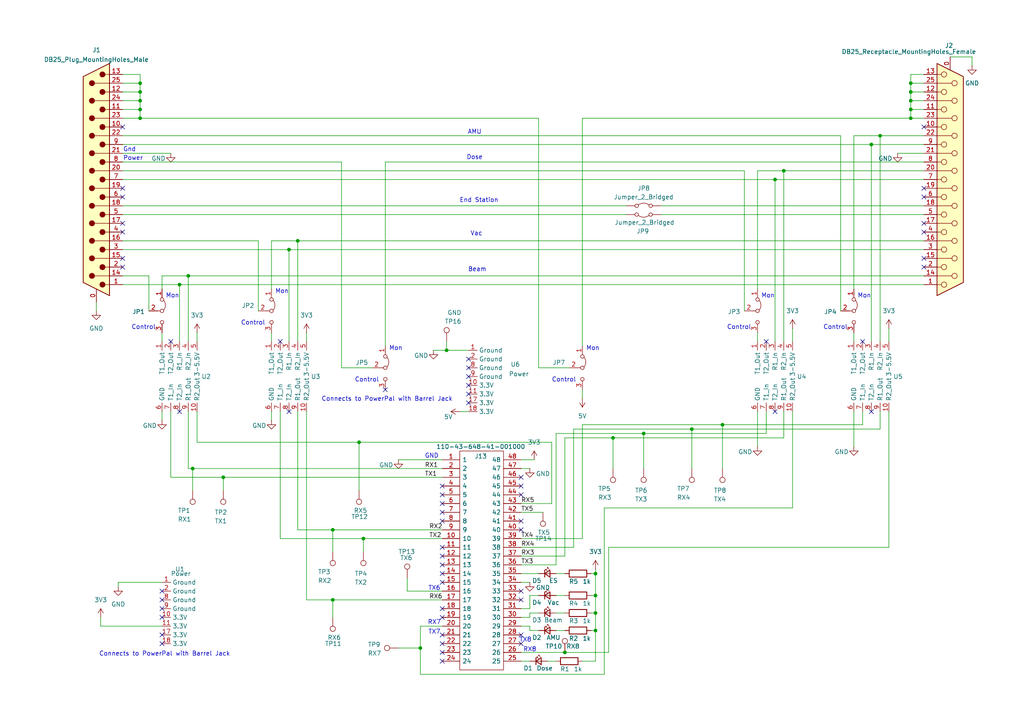
<source format=kicad_sch>
(kicad_sch (version 20231120) (generator "eeschema") (generator_version "8.0")
  (paper "A4")
  (title_block (title "DataFlow Interface Board ") (date "2024-11-03") (rev "Version 0.0") (company "Dennis Rossman"))
  (lib_symbols
    (symbol "110-43-648-41-001000:110-43-648-41-001000" (pin_names (offset 0.762))
      (property "Reference" "J" (at 19.05 7.62 0))
      (property "Value" "110-43-648-41-001000" (at 19.05 5.08 0))
      (symbol "110-43-648-41-001000_0_0"
        (pin passive line (at 0 0 0) (length 5.08) (name "1") (number "1"))
        (pin passive line (at 0 -22.86 0) (length 5.08) (name "10") (number "10"))
        (pin passive line (at 0 -25.4 0) (length 5.08) (name "11") (number "11"))
        (pin passive line (at 0 -27.94 0) (length 5.08) (name "12") (number "12"))
        (pin passive line (at 0 -30.48 0) (length 5.08) (name "13") (number "13"))
        (pin passive line (at 0 -33.02 0) (length 5.08) (name "14") (number "14"))
        (pin passive line (at 0 -35.56 0) (length 5.08) (name "15") (number "15"))
        (pin passive line (at 0 -38.1 0) (length 5.08) (name "16") (number "16"))
        (pin passive line (at 0 -40.64 0) (length 5.08) (name "17") (number "17"))
        (pin passive line (at 0 -43.18 0) (length 5.08) (name "18") (number "18"))
        (pin passive line (at 0 -45.72 0) (length 5.08) (name "19") (number "19"))
        (pin passive line (at 0 -2.54 0) (length 5.08) (name "2") (number "2"))
        (pin passive line (at 0 -48.26 0) (length 5.08) (name "20") (number "20"))
        (pin passive line (at 0 -50.8 0) (length 5.08) (name "21") (number "21"))
        (pin passive line (at 0 -53.34 0) (length 5.08) (name "22") (number "22"))
        (pin passive line (at 0 -55.88 0) (length 5.08) (name "23") (number "23"))
        (pin passive line (at 0 -58.42 0) (length 5.08) (name "24") (number "24"))
        (pin passive line (at 22.86 -58.42 180) (length 5.08) (name "25") (number "25"))
        (pin passive line (at 22.86 -55.88 180) (length 5.08) (name "26") (number "26"))
        (pin passive line (at 22.86 -53.34 180) (length 5.08) (name "27") (number "27"))
        (pin passive line (at 22.86 -50.8 180) (length 5.08) (name "28") (number "28"))
        (pin passive line (at 22.86 -48.26 180) (length 5.08) (name "29") (number "29"))
        (pin passive line (at 0 -5.08 0) (length 5.08) (name "3") (number "3"))
        (pin passive line (at 22.86 -45.72 180) (length 5.08) (name "30") (number "30"))
        (pin passive line (at 22.86 -43.18 180) (length 5.08) (name "31") (number "31"))
        (pin passive line (at 22.86 -40.64 180) (length 5.08) (name "32") (number "32"))
        (pin passive line (at 22.86 -38.1 180) (length 5.08) (name "33") (number "33"))
        (pin passive line (at 22.86 -35.56 180) (length 5.08) (name "34") (number "34"))
        (pin passive line (at 22.86 -33.02 180) (length 5.08) (name "35") (number "35"))
        (pin passive line (at 22.86 -30.48 180) (length 5.08) (name "36") (number "36"))
        (pin passive line (at 22.86 -27.94 180) (length 5.08) (name "37") (number "37"))
        (pin passive line (at 22.86 -25.4 180) (length 5.08) (name "38") (number "38"))
        (pin passive line (at 22.86 -22.86 180) (length 5.08) (name "39") (number "39"))
        (pin passive line (at 0 -7.62 0) (length 5.08) (name "4") (number "4"))
        (pin passive line (at 22.86 -20.32 180) (length 5.08) (name "40") (number "40"))
        (pin passive line (at 22.86 -17.78 180) (length 5.08) (name "41") (number "41"))
        (pin passive line (at 22.86 -15.24 180) (length 5.08) (name "42") (number "42"))
        (pin passive line (at 22.86 -12.7 180) (length 5.08) (name "43") (number "43"))
        (pin passive line (at 22.86 -10.16 180) (length 5.08) (name "44") (number "44"))
        (pin passive line (at 22.86 -7.62 180) (length 5.08) (name "45") (number "45"))
        (pin passive line (at 22.86 -5.08 180) (length 5.08) (name "46") (number "46"))
        (pin passive line (at 22.86 -2.54 180) (length 5.08) (name "47") (number "47"))
        (pin passive line (at 22.86 0 180) (length 5.08) (name "48") (number "48"))
        (pin passive line (at 0 -10.16 0) (length 5.08) (name "5") (number "5"))
        (pin passive line (at 0 -12.7 0) (length 5.08) (name "6") (number "6"))
        (pin passive line (at 0 -15.24 0) (length 5.08) (name "7") (number "7"))
        (pin passive line (at 0 -17.78 0) (length 5.08) (name "8") (number "8"))
        (pin passive line (at 0 -20.32 0) (length 5.08) (name "9") (number "9"))
      )
      (symbol "110-43-648-41-001000_0_1"
        (polyline (pts (xy 5.08 2.54) (xy 17.78 2.54) (xy 17.78 -60.96) (xy 5.08 -60.96) (xy 5.08 2.54)) (stroke (width 0.1524)))
      )
    )
    (symbol "Connector:DB25_Plug_MountingHoles" (pin_names (offset 1.016) hide)
      (property "Reference" "J" (at 0 36.83 0))
      (property "Value" "DB25_Plug_MountingHoles" (at 0 34.925 0))
      (symbol "DB25_Plug_MountingHoles_0_1"
        (circle (center -1.778 -30.48) (radius 0.762) (fill (type outline)))
        (circle (center -1.778 -25.4) (radius 0.762) (fill (type outline)))
        (circle (center -1.778 -20.32) (radius 0.762) (fill (type outline)))
        (circle (center -1.778 -15.24) (radius 0.762) (fill (type outline)))
        (circle (center -1.778 -10.16) (radius 0.762) (fill (type outline)))
        (circle (center -1.778 -5.08) (radius 0.762) (fill (type outline)))
        (circle (center -1.778 0) (radius 0.762) (fill (type outline)))
        (circle (center -1.778 5.08) (radius 0.762) (fill (type outline)))
        (circle (center -1.778 10.16) (radius 0.762) (fill (type outline)))
        (circle (center -1.778 15.24) (radius 0.762) (fill (type outline)))
        (circle (center -1.778 20.32) (radius 0.762) (fill (type outline)))
        (circle (center -1.778 25.4) (radius 0.762) (fill (type outline)))
        (circle (center -1.778 30.48) (radius 0.762) (fill (type outline)))
        (polyline (pts (xy -3.81 -30.48) (xy -2.54 -30.48)))
        (polyline (pts (xy -3.81 -27.94) (xy 0.508 -27.94)))
        (polyline (pts (xy -3.81 -25.4) (xy -2.54 -25.4)))
        (polyline (pts (xy -3.81 -22.86) (xy 0.508 -22.86)))
        (polyline (pts (xy -3.81 -20.32) (xy -2.54 -20.32)))
        (polyline (pts (xy -3.81 -17.78) (xy 0.508 -17.78)))
        (polyline (pts (xy -3.81 -15.24) (xy -2.54 -15.24)))
        (polyline (pts (xy -3.81 -12.7) (xy 0.508 -12.7)))
        (polyline (pts (xy -3.81 -10.16) (xy -2.54 -10.16)))
        (polyline (pts (xy -3.81 -7.62) (xy 0.508 -7.62)))
        (polyline (pts (xy -3.81 -5.08) (xy -2.54 -5.08)))
        (polyline (pts (xy -3.81 -2.54) (xy 0.508 -2.54)))
        (polyline (pts (xy -3.81 0) (xy -2.54 0)))
        (polyline (pts (xy -3.81 2.54) (xy 0.508 2.54)))
        (polyline (pts (xy -3.81 5.08) (xy -2.54 5.08)))
        (polyline (pts (xy -3.81 7.62) (xy 0.508 7.62)))
        (polyline (pts (xy -3.81 10.16) (xy -2.54 10.16)))
        (polyline (pts (xy -3.81 12.7) (xy 0.508 12.7)))
        (polyline (pts (xy -3.81 15.24) (xy -2.54 15.24)))
        (polyline (pts (xy -3.81 17.78) (xy 0.508 17.78)))
        (polyline (pts (xy -3.81 20.32) (xy -2.54 20.32)))
        (polyline (pts (xy -3.81 22.86) (xy 0.508 22.86)))
        (polyline (pts (xy -3.81 25.4) (xy -2.54 25.4)))
        (polyline (pts (xy -3.81 27.94) (xy 0.508 27.94)))
        (polyline (pts (xy -3.81 30.48) (xy -2.54 30.48)))
        (polyline (pts (xy -3.81 -33.655) (xy 3.81 -29.845) (xy 3.81 29.845) (xy -3.81 33.655) (xy -3.81 -33.655)) (stroke (width 0.254)) (fill (type background)))
        (circle (center 1.27 -27.94) (radius 0.762) (fill (type outline)))
        (circle (center 1.27 -22.86) (radius 0.762) (fill (type outline)))
        (circle (center 1.27 -17.78) (radius 0.762) (fill (type outline)))
        (circle (center 1.27 -12.7) (radius 0.762) (fill (type outline)))
        (circle (center 1.27 -7.62) (radius 0.762) (fill (type outline)))
        (circle (center 1.27 -2.54) (radius 0.762) (fill (type outline)))
        (circle (center 1.27 2.54) (radius 0.762) (fill (type outline)))
        (circle (center 1.27 7.62) (radius 0.762) (fill (type outline)))
        (circle (center 1.27 12.7) (radius 0.762) (fill (type outline)))
        (circle (center 1.27 17.78) (radius 0.762) (fill (type outline)))
        (circle (center 1.27 22.86) (radius 0.762) (fill (type outline)))
        (circle (center 1.27 27.94) (radius 0.762) (fill (type outline)))
      )
      (symbol "DB25_Plug_MountingHoles_1_1"
        (pin passive line (at 0 -35.56 90) (length 3.81) (name "PAD") (number "0"))
        (pin passive line (at -7.62 -30.48 0) (length 3.81) (name "1") (number "1"))
        (pin passive line (at -7.62 15.24 0) (length 3.81) (name "10") (number "10"))
        (pin passive line (at -7.62 20.32 0) (length 3.81) (name "11") (number "11"))
        (pin passive line (at -7.62 25.4 0) (length 3.81) (name "12") (number "12"))
        (pin passive line (at -7.62 30.48 0) (length 3.81) (name "13") (number "13"))
        (pin passive line (at -7.62 -27.94 0) (length 3.81) (name "P14") (number "14"))
        (pin passive line (at -7.62 -22.86 0) (length 3.81) (name "P15") (number "15"))
        (pin passive line (at -7.62 -17.78 0) (length 3.81) (name "P16") (number "16"))
        (pin passive line (at -7.62 -12.7 0) (length 3.81) (name "P17") (number "17"))
        (pin passive line (at -7.62 -7.62 0) (length 3.81) (name "P18") (number "18"))
        (pin passive line (at -7.62 -2.54 0) (length 3.81) (name "P19") (number "19"))
        (pin passive line (at -7.62 -25.4 0) (length 3.81) (name "2") (number "2"))
        (pin passive line (at -7.62 2.54 0) (length 3.81) (name "P20") (number "20"))
        (pin passive line (at -7.62 7.62 0) (length 3.81) (name "P21") (number "21"))
        (pin passive line (at -7.62 12.7 0) (length 3.81) (name "P22") (number "22"))
        (pin passive line (at -7.62 17.78 0) (length 3.81) (name "P23") (number "23"))
        (pin passive line (at -7.62 22.86 0) (length 3.81) (name "P24") (number "24"))
        (pin passive line (at -7.62 27.94 0) (length 3.81) (name "P25") (number "25"))
        (pin passive line (at -7.62 -20.32 0) (length 3.81) (name "3") (number "3"))
        (pin passive line (at -7.62 -15.24 0) (length 3.81) (name "4") (number "4"))
        (pin passive line (at -7.62 -10.16 0) (length 3.81) (name "5") (number "5"))
        (pin passive line (at -7.62 -5.08 0) (length 3.81) (name "6") (number "6"))
        (pin passive line (at -7.62 0 0) (length 3.81) (name "7") (number "7"))
        (pin passive line (at -7.62 5.08 0) (length 3.81) (name "8") (number "8"))
        (pin passive line (at -7.62 10.16 0) (length 3.81) (name "9") (number "9"))
      )
    )
    (symbol "Connector:DB25_Receptacle_MountingHoles" (pin_names (offset 1.016) hide)
      (property "Reference" "J" (at 0 36.83 0))
      (property "Value" "DB25_Receptacle_MountingHoles" (at 0 34.925 0))
      (symbol "DB25_Receptacle_MountingHoles_0_1"
        (circle (center -1.778 -30.48) (radius 0.762))
        (circle (center -1.778 -25.4) (radius 0.762))
        (circle (center -1.778 -20.32) (radius 0.762))
        (circle (center -1.778 -15.24) (radius 0.762))
        (circle (center -1.778 -10.16) (radius 0.762))
        (circle (center -1.778 -5.08) (radius 0.762))
        (circle (center -1.778 0) (radius 0.762))
        (circle (center -1.778 5.08) (radius 0.762))
        (circle (center -1.778 10.16) (radius 0.762))
        (circle (center -1.778 15.24) (radius 0.762))
        (circle (center -1.778 20.32) (radius 0.762))
        (circle (center -1.778 25.4) (radius 0.762))
        (circle (center -1.778 30.48) (radius 0.762))
        (polyline (pts (xy -3.81 -30.48) (xy -2.54 -30.48)))
        (polyline (pts (xy -3.81 -27.94) (xy 0.508 -27.94)))
        (polyline (pts (xy -3.81 -25.4) (xy -2.54 -25.4)))
        (polyline (pts (xy -3.81 -22.86) (xy 0.508 -22.86)))
        (polyline (pts (xy -3.81 -20.32) (xy -2.54 -20.32)))
        (polyline (pts (xy -3.81 -17.78) (xy 0.508 -17.78)))
        (polyline (pts (xy -3.81 -15.24) (xy -2.54 -15.24)))
        (polyline (pts (xy -3.81 -12.7) (xy 0.508 -12.7)))
        (polyline (pts (xy -3.81 -10.16) (xy -2.54 -10.16)))
        (polyline (pts (xy -3.81 -7.62) (xy 0.508 -7.62)))
        (polyline (pts (xy -3.81 -5.08) (xy -2.54 -5.08)))
        (polyline (pts (xy -3.81 -2.54) (xy 0.508 -2.54)))
        (polyline (pts (xy -3.81 0) (xy -2.54 0)))
        (polyline (pts (xy -3.81 2.54) (xy 0.508 2.54)))
        (polyline (pts (xy -3.81 5.08) (xy -2.54 5.08)))
        (polyline (pts (xy -3.81 7.62) (xy 0.508 7.62)))
        (polyline (pts (xy -3.81 10.16) (xy -2.54 10.16)))
        (polyline (pts (xy -3.81 12.7) (xy 0.508 12.7)))
        (polyline (pts (xy -3.81 15.24) (xy -2.54 15.24)))
        (polyline (pts (xy -3.81 17.78) (xy 0.508 17.78)))
        (polyline (pts (xy -3.81 20.32) (xy -2.54 20.32)))
        (polyline (pts (xy -3.81 22.86) (xy 0.508 22.86)))
        (polyline (pts (xy -3.81 25.4) (xy -2.54 25.4)))
        (polyline (pts (xy -3.81 27.94) (xy 0.508 27.94)))
        (polyline (pts (xy -3.81 30.48) (xy -2.54 30.48)))
        (polyline (pts (xy -3.81 33.655) (xy 3.81 29.845) (xy 3.81 -29.845) (xy -3.81 -33.655) (xy -3.81 33.655)) (stroke (width 0.254)) (fill (type background)))
        (circle (center 1.27 -27.94) (radius 0.762))
        (circle (center 1.27 -22.86) (radius 0.762))
        (circle (center 1.27 -17.78) (radius 0.762))
        (circle (center 1.27 -12.7) (radius 0.762))
        (circle (center 1.27 -7.62) (radius 0.762))
        (circle (center 1.27 -2.54) (radius 0.762))
        (circle (center 1.27 2.54) (radius 0.762))
        (circle (center 1.27 7.62) (radius 0.762))
        (circle (center 1.27 12.7) (radius 0.762))
        (circle (center 1.27 17.78) (radius 0.762))
        (circle (center 1.27 22.86) (radius 0.762))
        (circle (center 1.27 27.94) (radius 0.762))
      )
      (symbol "DB25_Receptacle_MountingHoles_1_1"
        (pin passive line (at 0 -35.56 90) (length 3.81) (name "PAD") (number "0"))
        (pin passive line (at -7.62 30.48 0) (length 3.81) (name "1") (number "1"))
        (pin passive line (at -7.62 -15.24 0) (length 3.81) (name "10") (number "10"))
        (pin passive line (at -7.62 -20.32 0) (length 3.81) (name "11") (number "11"))
        (pin passive line (at -7.62 -25.4 0) (length 3.81) (name "12") (number "12"))
        (pin passive line (at -7.62 -30.48 0) (length 3.81) (name "13") (number "13"))
        (pin passive line (at -7.62 27.94 0) (length 3.81) (name "P14") (number "14"))
        (pin passive line (at -7.62 22.86 0) (length 3.81) (name "P15") (number "15"))
        (pin passive line (at -7.62 17.78 0) (length 3.81) (name "P16") (number "16"))
        (pin passive line (at -7.62 12.7 0) (length 3.81) (name "P17") (number "17"))
        (pin passive line (at -7.62 7.62 0) (length 3.81) (name "P18") (number "18"))
        (pin passive line (at -7.62 2.54 0) (length 3.81) (name "P19") (number "19"))
        (pin passive line (at -7.62 25.4 0) (length 3.81) (name "2") (number "2"))
        (pin passive line (at -7.62 -2.54 0) (length 3.81) (name "P20") (number "20"))
        (pin passive line (at -7.62 -7.62 0) (length 3.81) (name "P21") (number "21"))
        (pin passive line (at -7.62 -12.7 0) (length 3.81) (name "P22") (number "22"))
        (pin passive line (at -7.62 -17.78 0) (length 3.81) (name "P23") (number "23"))
        (pin passive line (at -7.62 -22.86 0) (length 3.81) (name "P24") (number "24"))
        (pin passive line (at -7.62 -27.94 0) (length 3.81) (name "P25") (number "25"))
        (pin passive line (at -7.62 20.32 0) (length 3.81) (name "3") (number "3"))
        (pin passive line (at -7.62 15.24 0) (length 3.81) (name "4") (number "4"))
        (pin passive line (at -7.62 10.16 0) (length 3.81) (name "5") (number "5"))
        (pin passive line (at -7.62 5.08 0) (length 3.81) (name "6") (number "6"))
        (pin passive line (at -7.62 0 0) (length 3.81) (name "7") (number "7"))
        (pin passive line (at -7.62 -5.08 0) (length 3.81) (name "8") (number "8"))
        (pin passive line (at -7.62 -10.16 0) (length 3.81) (name "9") (number "9"))
      )
    )
    (symbol "Connector:TestPoint" (pin_numbers hide) (pin_names (offset 0.762) hide)
      (property "Reference" "TP" (at 0 6.858 0))
      (property "Value" "TestPoint" (at 0 5.08 0))
      (symbol "TestPoint_0_1"
        (circle (center 0 3.302) (radius 0.762))
      )
      (symbol "TestPoint_1_1"
        (pin passive line (at 0 0 90) (length 2.54) (name "1") (number "1"))
      )
    )
    (symbol "Device:LED_Small" (pin_numbers hide) (pin_names (offset 0.254) hide)
      (property "Reference" "D" (at -1.27 3.175 0))
      (property "Value" "LED_Small" (at -4.445 -2.54 0))
      (symbol "LED_Small_0_1"
        (polyline (pts (xy -0.762 -1.016) (xy -0.762 1.016)) (stroke (width 0.254)))
        (polyline (pts (xy 1.016 0) (xy -0.762 0)))
        (polyline (pts (xy 0.762 -1.016) (xy -0.762 0) (xy 0.762 1.016) (xy 0.762 -1.016)) (stroke (width 0.254)))
        (polyline (pts (xy 0 0.762) (xy -0.508 1.27) (xy -0.254 1.27) (xy -0.508 1.27) (xy -0.508 1.016)))
        (polyline (pts (xy 0.508 1.27) (xy 0 1.778) (xy 0.254 1.778) (xy 0 1.778) (xy 0 1.524)))
      )
      (symbol "LED_Small_1_1"
        (pin passive line (at -2.54 0 0) (length 1.778) (name "K") (number "1"))
        (pin passive line (at 2.54 0 180) (length 1.778) (name "A") (number "2"))
      )
    )
    (symbol "Device:R" (pin_numbers hide) (pin_names (offset 0))
      (property "Reference" "R" (at 2.032 0 90))
      (property "Value" "R" (at 0 0 90))
      (symbol "R_0_1"
        (rectangle (start -1.016 -2.54) (end 1.016 2.54) (stroke (width 0.254)))
      )
      (symbol "R_1_1"
        (pin passive line (at 0 3.81 270) (length 1.27) (name "~") (number "1"))
        (pin passive line (at 0 -3.81 90) (length 1.27) (name "~") (number "2"))
      )
    )
    (symbol "Jumper:Jumper_2_Bridged" (pin_numbers hide) (pin_names (offset 0) hide) (exclude_from_sim yes)
      (property "Reference" "JP" (at 0 1.905 0))
      (property "Value" "Jumper_2_Bridged" (at 0 -2.54 0))
      (symbol "Jumper_2_Bridged_0_0"
        (circle (center -2.032 0) (radius 0.508))
        (circle (center 2.032 0) (radius 0.508))
      )
      (symbol "Jumper_2_Bridged_0_1"
        (arc (start 1.524 0.254) (mid 0 0.762) (end -1.524 0.254))
      )
      (symbol "Jumper_2_Bridged_1_1"
        (pin passive line (at -5.08 0 0) (length 2.54) (name "A") (number "1"))
        (pin passive line (at 5.08 0 180) (length 2.54) (name "B") (number "2"))
      )
    )
    (symbol "Jumper:Jumper_3_Bridged12" (pin_names (offset 0) hide) (exclude_from_sim yes) (in_bom no)
      (property "Reference" "JP" (at -2.54 -2.54 0))
      (property "Value" "Jumper_3_Bridged12" (at 0 2.794 0))
      (symbol "Jumper_3_Bridged12_0_0"
        (circle (center -3.302 0) (radius 0.508))
        (circle (center 0 0) (radius 0.508))
        (circle (center 3.302 0) (radius 0.508))
      )
      (symbol "Jumper_3_Bridged12_0_1"
        (arc (start -0.254 0.508) (mid -1.651 0.9912) (end -3.048 0.508))
        (polyline (pts (xy 0 -1.27) (xy 0 -0.508)))
      )
      (symbol "Jumper_3_Bridged12_1_1"
        (pin passive line (at -6.35 0 0) (length 2.54) (name "A") (number "1"))
        (pin passive line (at 0 -3.81 90) (length 2.54) (name "C") (number "2"))
        (pin passive line (at 6.35 0 180) (length 2.54) (name "B") (number "3"))
      )
    )
    (symbol "Misc:MAX3232"
      (property "Reference" "U?" (at 0 0 0))
      (symbol "MAX3232_1_1"
        (pin output line (at 10.16 -2.54 180) (length 2.54) (name "T1_Out") (number "1"))
        (pin output line (at -10.16 -12.7 0) (length 2.54) (name "R2_Out") (number "10"))
        (pin output line (at 10.16 -5.08 180) (length 2.54) (name "T2_Out") (number "2"))
        (pin input line (at 10.16 -7.62 180) (length 2.54) (name "R1_In") (number "3"))
        (pin input line (at 10.16 -10.16 180) (length 2.54) (name "R2_In") (number "4"))
        (pin input line (at 10.16 -12.7 180) (length 2.54) (name "3-5.5V") (number "5"))
        (pin input line (at -10.16 -2.54 0) (length 2.54) (name "GND") (number "6"))
        (pin input line (at -10.16 -5.08 0) (length 2.54) (name "T1_In") (number "7"))
        (pin input line (at -10.16 -7.62 0) (length 2.54) (name "T2_In") (number "8"))
        (pin output line (at -10.16 -10.16 0) (length 2.54) (name "R1_Out") (number "9"))
      )
    )
    (symbol "Misc:Power"
      (property "Reference" "U" (at 0 0 0))
      (property "Value" "Power" (at 0 -1.27 0))
      (symbol "Power_1_1"
        (pin power_out line (at 0 -3.81 0) (length 2.54) (name "Ground") (number "1"))
        (pin power_out line (at 0 -13.97 0) (length 2.54) (name "3.3V") (number "10"))
        (pin power_out line (at 0 -16.51 0) (length 2.54) (name "3.3V") (number "11"))
        (pin power_out line (at 0 -19.05 0) (length 2.54) (name "3.3V") (number "17"))
        (pin power_out line (at 0 -21.59 0) (length 2.54) (name "3.3V") (number "18"))
        (pin power_out line (at 0 -6.35 0) (length 2.54) (name "Ground") (number "2"))
        (pin power_out line (at 0 -8.89 0) (length 2.54) (name "Ground") (number "8"))
        (pin power_out line (at 0 -11.43 0) (length 2.54) (name "Ground") (number "9"))
      )
    )
    (symbol "power:GND" (power) (pin_numbers hide) (pin_names (offset 0) hide)
      (property "Value" "GND" (at 0 -3.81 0))
      (symbol "GND_0_1"
        (polyline (pts (xy 0 0) (xy 0 -1.27) (xy 1.27 -1.27) (xy 0 -2.54) (xy -1.27 -1.27) (xy 0 -1.27)))
      )
      (symbol "GND_1_1"
        (pin power_in line (at 0 0 270) (length 0) (name "~") (number "1"))
      )
    )
    (symbol "power:VCC" (power) (pin_numbers hide) (pin_names (offset 0) hide)
      (property "Value" "VCC" (at 0 3.556 0))
      (symbol "VCC_0_1"
        (polyline (pts (xy -0.762 1.27) (xy 0 2.54)))
        (polyline (pts (xy 0 0) (xy 0 2.54)))
        (polyline (pts (xy 0 2.54) (xy 0.762 1.27)))
      )
      (symbol "VCC_1_1"
        (pin power_in line (at 0 0 90) (length 0) (name "~") (number "1"))
      )
    )
  )
  (junction (at 54.61 80.01))
  (junction (at 105.41 156.21))
  (junction (at 40.64 26.67))
  (junction (at 83.82 72.39))
  (junction (at 40.64 24.13))
  (junction (at 172.72 177.8))
  (junction (at 209.55 123.19))
  (junction (at 52.07 82.55))
  (junction (at 96.52 173.99))
  (junction (at 172.72 182.88))
  (junction (at 200.66 124.46))
  (junction (at 40.64 31.75))
  (junction (at 227.33 49.53))
  (junction (at 172.72 166.37))
  (junction (at 129.54 101.6))
  (junction (at 86.36 69.85))
  (junction (at 252.73 41.91))
  (junction (at 55.88 135.89))
  (junction (at 40.64 29.21))
  (junction (at 264.16 29.21))
  (junction (at 264.16 24.13))
  (junction (at 264.16 26.67))
  (junction (at 121.92 187.96))
  (junction (at 96.52 153.67))
  (junction (at 224.79 52.07))
  (junction (at 255.27 39.37))
  (junction (at 264.16 34.29))
  (junction (at 186.69 125.73))
  (junction (at 172.72 172.72))
  (junction (at 64.77 138.43))
  (junction (at 163.83 189.23))
  (junction (at 40.64 34.29))
  (junction (at 104.14 128.27))
  (junction (at 264.16 31.75))
  (junction (at 177.8 127))
  (no_connect (at 267.97 36.83))
  (no_connect (at 49.53 99.06))
  (no_connect (at 35.56 74.93))
  (no_connect (at 267.97 64.77))
  (no_connect (at 111.76 113.03))
  (no_connect (at 250.19 99.06))
  (no_connect (at 46.99 186.69))
  (no_connect (at 46.99 171.45))
  (no_connect (at 35.56 64.77))
  (no_connect (at 46.99 173.99))
  (no_connect (at 46.99 179.07))
  (no_connect (at 46.99 176.53))
  (no_connect (at 52.07 119.38))
  (no_connect (at 46.99 184.15))
  (no_connect (at 35.56 77.47))
  (no_connect (at 128.27 151.13))
  (no_connect (at 128.27 148.59))
  (no_connect (at 128.27 146.05))
  (no_connect (at 128.27 143.51))
  (no_connect (at 128.27 176.53))
  (no_connect (at 128.27 179.07))
  (no_connect (at 128.27 186.69))
  (no_connect (at 128.27 189.23))
  (no_connect (at 128.27 191.77))
  (no_connect (at 151.13 184.15))
  (no_connect (at 151.13 171.45))
  (no_connect (at 151.13 153.67))
  (no_connect (at 151.13 138.43))
  (no_connect (at 151.13 140.97))
  (no_connect (at 151.13 143.51))
  (no_connect (at 151.13 151.13))
  (no_connect (at 128.27 158.75))
  (no_connect (at 128.27 161.29))
  (no_connect (at 128.27 163.83))
  (no_connect (at 128.27 166.37))
  (no_connect (at 128.27 168.91))
  (no_connect (at 35.56 36.83))
  (no_connect (at 135.89 109.22))
  (no_connect (at 267.97 77.47))
  (no_connect (at 151.13 186.69))
  (no_connect (at 151.13 173.99))
  (no_connect (at 83.82 119.38))
  (no_connect (at 35.56 57.15))
  (no_connect (at 267.97 57.15))
  (no_connect (at 135.89 104.14))
  (no_connect (at 35.56 67.31))
  (no_connect (at 128.27 184.15))
  (no_connect (at 222.25 99.06))
  (no_connect (at 267.97 54.61))
  (no_connect (at 135.89 116.84))
  (no_connect (at 252.73 119.38))
  (no_connect (at 135.89 106.68))
  (no_connect (at 135.89 111.76))
  (no_connect (at 224.79 119.38))
  (no_connect (at 128.27 140.97))
  (no_connect (at 267.97 74.93))
  (no_connect (at 267.97 67.31))
  (no_connect (at 81.28 99.06))
  (no_connect (at 35.56 54.61))
  (no_connect (at 135.89 114.3))
  (wire (pts (xy 172.72 172.72) (xy 172.72 177.8)))
  (wire (pts (xy 250.19 123.19) (xy 209.55 123.19)))
  (wire (pts (xy 172.72 177.8) (xy 171.45 177.8)))
  (wire (pts (xy 153.67 172.72) (xy 156.21 172.72)))
  (wire (pts (xy 151.13 189.23) (xy 163.83 189.23)))
  (wire (pts (xy 151.13 158.75) (xy 166.37 158.75)))
  (wire (pts (xy 172.72 166.37) (xy 172.72 172.72)))
  (wire (pts (xy 118.11 171.45) (xy 128.27 171.45)))
  (wire (pts (xy 247.65 119.38) (xy 247.65 129.54)))
  (wire (pts (xy 40.64 34.29) (xy 156.21 34.29)))
  (wire (pts (xy 186.69 125.73) (xy 186.69 135.89)))
  (wire (pts (xy 219.71 49.53) (xy 227.33 49.53)))
  (wire (pts (xy 200.66 124.46) (xy 166.37 124.46)))
  (wire (pts (xy 160.02 146.05) (xy 151.13 146.05)))
  (wire (pts (xy 172.72 191.77) (xy 172.72 182.88)))
  (wire (pts (xy 35.56 24.13) (xy 40.64 24.13)))
  (wire (pts (xy 264.16 31.75) (xy 267.97 31.75)))
  (wire (pts (xy 257.81 95.25) (xy 257.81 99.06)))
  (wire (pts (xy 281.94 19.05) (xy 281.94 16.51)))
  (wire (pts (xy 46.99 96.52) (xy 46.99 99.06)))
  (wire (pts (xy 191.77 62.23) (xy 267.97 62.23)))
  (wire (pts (xy 55.88 135.89) (xy 55.88 142.24)))
  (wire (pts (xy 78.74 69.85) (xy 86.36 69.85)))
  (wire (pts (xy 78.74 96.52) (xy 78.74 99.06)))
  (wire (pts (xy 161.29 172.72) (xy 163.83 172.72)))
  (wire (pts (xy 168.91 156.21) (xy 151.13 156.21)))
  (wire (pts (xy 255.27 39.37) (xy 255.27 99.06)))
  (wire (pts (xy 267.97 21.59) (xy 264.16 21.59)))
  (wire (pts (xy 151.13 161.29) (xy 163.83 161.29)))
  (wire (pts (xy 229.87 147.32) (xy 229.87 119.38)))
  (wire (pts (xy 111.76 100.33) (xy 111.76 46.99)))
  (wire (pts (xy 224.79 52.07) (xy 267.97 52.07)))
  (wire (pts (xy 168.91 34.29) (xy 264.16 34.29)))
  (wire (pts (xy 40.64 34.29) (xy 40.64 31.75)))
  (wire (pts (xy 151.13 135.89) (xy 153.67 135.89)))
  (wire (pts (xy 125.73 101.6) (xy 129.54 101.6)))
  (wire (pts (xy 133.35 119.38) (xy 135.89 119.38)))
  (wire (pts (xy 99.06 106.68) (xy 107.95 106.68)))
  (wire (pts (xy 200.66 124.46) (xy 200.66 135.89)))
  (wire (pts (xy 54.61 80.01) (xy 54.61 99.06)))
  (wire (pts (xy 177.8 127) (xy 177.8 135.89)))
  (wire (pts (xy 55.88 135.89) (xy 128.27 135.89)))
  (wire (pts (xy 160.02 128.27) (xy 160.02 146.05)))
  (wire (pts (xy 252.73 41.91) (xy 252.73 99.06)))
  (wire (pts (xy 151.13 176.53) (xy 153.67 176.53)))
  (wire (pts (xy 35.56 52.07) (xy 224.79 52.07)))
  (wire (pts (xy 264.16 29.21) (xy 264.16 31.75)))
  (wire (pts (xy 264.16 29.21) (xy 267.97 29.21)))
  (wire (pts (xy 161.29 163.83) (xy 161.29 125.73)))
  (wire (pts (xy 219.71 119.38) (xy 219.71 129.54)))
  (wire (pts (xy 264.16 34.29) (xy 264.16 31.75)))
  (wire (pts (xy 163.83 189.23) (xy 176.53 189.23)))
  (wire (pts (xy 151.13 168.91) (xy 153.67 168.91)))
  (wire (pts (xy 52.07 82.55) (xy 52.07 99.06)))
  (wire (pts (xy 128.27 181.61) (xy 121.92 181.61)))
  (wire (pts (xy 35.56 39.37) (xy 243.84 39.37)))
  (wire (pts (xy 219.71 83.82) (xy 219.71 49.53)))
  (wire (pts (xy 52.07 82.55) (xy 267.97 82.55)))
  (wire (pts (xy 227.33 127) (xy 227.33 119.38)))
  (wire (pts (xy 175.26 147.32) (xy 229.87 147.32)))
  (wire (pts (xy 177.8 127) (xy 163.83 127)))
  (wire (pts (xy 27.94 87.63) (xy 27.94 90.17)))
  (wire (pts (xy 168.91 100.33) (xy 168.91 34.29)))
  (wire (pts (xy 35.56 29.21) (xy 40.64 29.21)))
  (wire (pts (xy 121.92 187.96) (xy 121.92 195.58)))
  (wire (pts (xy 172.72 182.88) (xy 172.72 177.8)))
  (wire (pts (xy 186.69 125.73) (xy 161.29 125.73)))
  (wire (pts (xy 78.74 119.38) (xy 78.74 121.92)))
  (wire (pts (xy 156.21 106.68) (xy 165.1 106.68)))
  (wire (pts (xy 86.36 69.85) (xy 267.97 69.85)))
  (wire (pts (xy 158.75 191.77) (xy 161.29 191.77)))
  (wire (pts (xy 104.14 128.27) (xy 57.15 128.27)))
  (wire (pts (xy 35.56 41.91) (xy 252.73 41.91)))
  (wire (pts (xy 151.13 148.59) (xy 157.48 148.59)))
  (wire (pts (xy 40.64 21.59) (xy 35.56 21.59)))
  (wire (pts (xy 35.56 31.75) (xy 40.64 31.75)))
  (wire (pts (xy 54.61 119.38) (xy 54.61 135.89)))
  (wire (pts (xy 153.67 181.61) (xy 153.67 182.88)))
  (wire (pts (xy 172.72 172.72) (xy 171.45 172.72)))
  (wire (pts (xy 161.29 163.83) (xy 151.13 163.83)))
  (wire (pts (xy 86.36 69.85) (xy 86.36 99.06)))
  (wire (pts (xy 215.9 49.53) (xy 215.9 90.17)))
  (wire (pts (xy 115.57 187.96) (xy 121.92 187.96)))
  (wire (pts (xy 64.77 138.43) (xy 64.77 142.24)))
  (wire (pts (xy 115.57 133.35) (xy 128.27 133.35)))
  (wire (pts (xy 46.99 80.01) (xy 46.99 83.82)))
  (wire (pts (xy 54.61 135.89) (xy 55.88 135.89)))
  (wire (pts (xy 105.41 160.02) (xy 105.41 156.21)))
  (wire (pts (xy 175.26 195.58) (xy 175.26 147.32)))
  (wire (pts (xy 35.56 72.39) (xy 83.82 72.39)))
  (wire (pts (xy 34.29 170.18) (xy 34.29 168.91)))
  (wire (pts (xy 35.56 46.99) (xy 99.06 46.99)))
  (wire (pts (xy 43.18 80.01) (xy 43.18 90.17)))
  (wire (pts (xy 96.52 153.67) (xy 96.52 160.02)))
  (wire (pts (xy 35.56 82.55) (xy 52.07 82.55)))
  (wire (pts (xy 219.71 96.52) (xy 219.71 99.06)))
  (wire (pts (xy 191.77 59.69) (xy 267.97 59.69)))
  (wire (pts (xy 252.73 41.91) (xy 267.97 41.91)))
  (wire (pts (xy 264.16 24.13) (xy 264.16 26.67)))
  (wire (pts (xy 151.13 181.61) (xy 153.67 181.61)))
  (wire (pts (xy 88.9 173.99) (xy 88.9 119.38)))
  (wire (pts (xy 257.81 158.75) (xy 257.81 119.38)))
  (wire (pts (xy 57.15 128.27) (xy 57.15 119.38)))
  (wire (pts (xy 46.99 80.01) (xy 54.61 80.01)))
  (wire (pts (xy 153.67 176.53) (xy 153.67 172.72)))
  (wire (pts (xy 105.41 156.21) (xy 128.27 156.21)))
  (wire (pts (xy 104.14 128.27) (xy 104.14 142.24)))
  (wire (pts (xy 153.67 179.07) (xy 153.67 177.8)))
  (wire (pts (xy 247.65 96.52) (xy 247.65 99.06)))
  (wire (pts (xy 57.15 96.52) (xy 57.15 99.06)))
  (wire (pts (xy 151.13 191.77) (xy 153.67 191.77)))
  (wire (pts (xy 222.25 125.73) (xy 222.25 119.38)))
  (wire (pts (xy 40.64 24.13) (xy 40.64 21.59)))
  (wire (pts (xy 96.52 173.99) (xy 128.27 173.99)))
  (wire (pts (xy 29.21 181.61) (xy 46.99 181.61)))
  (wire (pts (xy 151.13 179.07) (xy 153.67 179.07)))
  (wire (pts (xy 172.72 166.37) (xy 171.45 166.37)))
  (wire (pts (xy 88.9 173.99) (xy 96.52 173.99)))
  (wire (pts (xy 88.9 96.52) (xy 88.9 99.06)))
  (wire (pts (xy 168.91 123.19) (xy 168.91 156.21)))
  (wire (pts (xy 153.67 177.8) (xy 156.21 177.8)))
  (wire (pts (xy 151.13 166.37) (xy 156.21 166.37)))
  (wire (pts (xy 255.27 124.46) (xy 255.27 119.38)))
  (wire (pts (xy 264.16 26.67) (xy 267.97 26.67)))
  (wire (pts (xy 121.92 195.58) (xy 175.26 195.58)))
  (wire (pts (xy 49.53 138.43) (xy 64.77 138.43)))
  (wire (pts (xy 224.79 52.07) (xy 224.79 99.06)))
  (wire (pts (xy 81.28 119.38) (xy 81.28 156.21)))
  (wire (pts (xy 29.21 179.07) (xy 29.21 181.61)))
  (wire (pts (xy 227.33 49.53) (xy 227.33 99.06)))
  (wire (pts (xy 171.45 182.88) (xy 172.72 182.88)))
  (wire (pts (xy 281.94 16.51) (xy 275.59 16.51)))
  (wire (pts (xy 243.84 39.37) (xy 243.84 90.17)))
  (wire (pts (xy 227.33 127) (xy 177.8 127)))
  (wire (pts (xy 161.29 177.8) (xy 163.83 177.8)))
  (wire (pts (xy 222.25 125.73) (xy 186.69 125.73)))
  (wire (pts (xy 96.52 173.99) (xy 96.52 179.07)))
  (wire (pts (xy 35.56 49.53) (xy 215.9 49.53)))
  (wire (pts (xy 168.91 191.77) (xy 172.72 191.77)))
  (wire (pts (xy 35.56 69.85) (xy 74.93 69.85)))
  (wire (pts (xy 81.28 156.21) (xy 105.41 156.21)))
  (wire (pts (xy 40.64 31.75) (xy 40.64 29.21)))
  (wire (pts (xy 86.36 119.38) (xy 86.36 153.67)))
  (wire (pts (xy 78.74 69.85) (xy 78.74 83.82)))
  (wire (pts (xy 118.11 167.64) (xy 118.11 171.45)))
  (wire (pts (xy 160.02 128.27) (xy 104.14 128.27)))
  (wire (pts (xy 129.54 101.6) (xy 135.89 101.6)))
  (wire (pts (xy 267.97 39.37) (xy 255.27 39.37)))
  (wire (pts (xy 163.83 161.29) (xy 163.83 127)))
  (wire (pts (xy 86.36 153.67) (xy 96.52 153.67)))
  (wire (pts (xy 35.56 59.69) (xy 181.61 59.69)))
  (wire (pts (xy 121.92 181.61) (xy 121.92 187.96)))
  (wire (pts (xy 267.97 34.29) (xy 264.16 34.29)))
  (wire (pts (xy 172.72 165.1) (xy 172.72 166.37)))
  (wire (pts (xy 267.97 80.01) (xy 54.61 80.01)))
  (wire (pts (xy 111.76 46.99) (xy 267.97 46.99)))
  (wire (pts (xy 255.27 124.46) (xy 200.66 124.46)))
  (wire (pts (xy 40.64 29.21) (xy 40.64 26.67)))
  (wire (pts (xy 264.16 26.67) (xy 264.16 29.21)))
  (wire (pts (xy 35.56 62.23) (xy 181.61 62.23)))
  (wire (pts (xy 151.13 133.35) (xy 154.94 133.35)))
  (wire (pts (xy 267.97 49.53) (xy 227.33 49.53)))
  (wire (pts (xy 64.77 138.43) (xy 128.27 138.43)))
  (wire (pts (xy 176.53 158.75) (xy 257.81 158.75)))
  (wire (pts (xy 40.64 26.67) (xy 40.64 24.13)))
  (wire (pts (xy 83.82 72.39) (xy 83.82 99.06)))
  (wire (pts (xy 166.37 158.75) (xy 166.37 124.46)))
  (wire (pts (xy 35.56 34.29) (xy 40.64 34.29)))
  (wire (pts (xy 156.21 34.29) (xy 156.21 106.68)))
  (wire (pts (xy 153.67 182.88) (xy 156.21 182.88)))
  (wire (pts (xy 264.16 24.13) (xy 267.97 24.13)))
  (wire (pts (xy 129.54 99.06) (xy 129.54 101.6)))
  (wire (pts (xy 250.19 119.38) (xy 250.19 123.19)))
  (wire (pts (xy 35.56 44.45) (xy 49.53 44.45)))
  (wire (pts (xy 209.55 123.19) (xy 209.55 135.89)))
  (wire (pts (xy 40.64 26.67) (xy 35.56 26.67)))
  (wire (pts (xy 168.91 113.03) (xy 168.91 115.57)))
  (wire (pts (xy 49.53 138.43) (xy 49.53 119.38)))
  (wire (pts (xy 35.56 80.01) (xy 43.18 80.01)))
  (wire (pts (xy 229.87 95.25) (xy 229.87 99.06)))
  (wire (pts (xy 209.55 123.19) (xy 168.91 123.19)))
  (wire (pts (xy 264.16 21.59) (xy 264.16 24.13)))
  (wire (pts (xy 34.29 168.91) (xy 46.99 168.91)))
  (wire (pts (xy 161.29 182.88) (xy 163.83 182.88)))
  (wire (pts (xy 247.65 83.82) (xy 247.65 39.37)))
  (wire (pts (xy 260.35 44.45) (xy 267.97 44.45)))
  (wire (pts (xy 161.29 166.37) (xy 163.83 166.37)))
  (wire (pts (xy 99.06 46.99) (xy 99.06 106.68)))
  (wire (pts (xy 247.65 39.37) (xy 255.27 39.37)))
  (wire (pts (xy 74.93 69.85) (xy 74.93 90.17)))
  (wire (pts (xy 96.52 153.67) (xy 128.27 153.67)))
  (wire (pts (xy 176.53 189.23) (xy 176.53 158.75)))
  (wire (pts (xy 46.99 119.38) (xy 46.99 121.92)))
  (wire (pts (xy 83.82 72.39) (xy 267.97 72.39)))
  (text "Connects to PowerPal with Barrel Jack" (at 112.268 115.824 0) (effects (font (size 1.27 1.27))))
  (text "Power" (at 38.608 45.974 0) (effects (font (size 1.27 1.27))))
  (text "Control" (at 73.406 93.726 0) (effects (font (size 1.27 1.27))))
  (text "RX7\n" (at 125.984 180.594 0) (effects (font (size 1.27 1.27))))
  (text "Gnd" (at 37.592 43.434 0) (effects (font (size 1.27 1.27))))
  (text "TX7" (at 125.984 183.388 0) (effects (font (size 1.27 1.27))))
  (text "Control" (at 41.656 94.996 0) (effects (font (size 1.27 1.27))))
  (text "Mon" (at 50.038 85.852 0) (effects (font (size 1.27 1.27))))
  (text "Mon" (at 114.808 101.092 0) (effects (font (size 1.27 1.27))))
  (text "Control" (at 163.576 110.236 0) (effects (font (size 1.27 1.27))))
  (text "Connects to PowerPal with Barrel Jack" (at 47.752 189.738 0) (effects (font (size 1.27 1.27))))
  (text "Mon" (at 171.958 101.092 0) (effects (font (size 1.27 1.27))))
  (text "Mon" (at 222.758 85.852 0) (effects (font (size 1.27 1.27))))
  (text "TX8" (at 152.4 185.674 0) (effects (font (size 1.27 1.27))))
  (text "RX8" (at 153.67 188.468 0) (effects (font (size 1.27 1.27))))
  (text "Vac" (at 138.176 67.818 0) (effects (font (size 1.27 1.27))))
  (text "Control" (at 242.316 94.996 0) (effects (font (size 1.27 1.27))))
  (text "Control" (at 106.426 110.236 0) (effects (font (size 1.27 1.27))))
  (text "TX6" (at 125.984 170.688 0) (effects (font (size 1.27 1.27))))
  (text "Mon" (at 250.698 85.852 0) (effects (font (size 1.27 1.27))))
  (text "AMU" (at 137.668 38.354 0) (effects (font (size 1.27 1.27))))
  (text "GND" (at 125.222 132.334 0) (effects (font (size 1.27 1.27))))
  (text "Mon" (at 81.788 84.582 0) (effects (font (size 1.27 1.27))))
  (text "Control" (at 214.376 94.996 0) (effects (font (size 1.27 1.27))))
  (text "Beam" (at 138.43 78.232 0) (effects (font (size 1.27 1.27))))
  (text "Dose" (at 137.668 45.72 0) (effects (font (size 1.27 1.27))))
  (text "End Station" (at 138.938 58.166 0) (effects (font (size 1.27 1.27))))
  (label "RX1" (at 123.19 135.89 0))
  (label "TX1" (at 123.19 138.43 0))
  (label "TX4" (at 151.13 156.21 0))
  (label "RX2" (at 124.46 153.67 0))
  (label "RX4" (at 151.13 158.75 0))
  (label "RX6" (at 124.46 173.99 0))
  (label "TX5" (at 151.13 148.59 0))
  (label "TX3" (at 151.13 163.83 0))
  (label "RX3" (at 151.13 161.29 0))
  (label "RX5" (at 151.13 146.05 0))
  (label "TX2" (at 124.46 156.21 0))
  (symbol (lib_id "Connector:TestPoint") (at 186.69 135.89 180) (unit 1)
    (property "Reference" "TP6" (at 184.15 142.24 0) (effects (justify right)))
    (property "Value" "TX3" (at 184.15 144.78 0) (effects (justify right)))
    (property "Footprint" "Connector_PinHeader_2.54mm:PinHeader_1x01_P2.54mm_Vertical" (effects (hide yes)))
    (property "Description" "test point" (effects (hide yes)))
  )
  (symbol (lib_id "power:VCC") (at 29.21 179.07 0) (unit 1)
    (property "Reference" "#PWR010" (effects (hide yes)))
    (property "Value" "3V3" (at 29.21 173.99 0))
    (property "Description" "Power symbol creates a global label with name \"VCC\"" (effects (hide yes)))
  )
  (symbol (lib_id "Jumper:Jumper_3_Bridged12") (at 247.65 90.17 270) (unit 1) (exclude_from_sim yes) (in_bom no)
    (property "Reference" "JP4" (at 239.014 90.424 90) (effects (justify left)))
    (property "Value" "Jumper3" (effects (hide yes)))
    (property "Footprint" "Connector_PinHeader_2.54mm:PinHeader_1x03_P2.54mm_Vertical" (effects (hide yes)))
    (property "Description" "Jumper, 3-pole, pins 1+2 closed/bridged" (effects (hide yes)))
  )
  (symbol (lib_id "Connector:TestPoint") (at 200.66 135.89 180) (unit 1)
    (property "Reference" "TP7" (at 196.342 141.732 0) (effects (justify right)))
    (property "Value" "RX4" (at 196.342 144.272 0) (effects (justify right)))
    (property "Footprint" "Connector_PinHeader_2.54mm:PinHeader_1x01_P2.54mm_Vertical" (effects (hide yes)))
    (property "Description" "test point" (effects (hide yes)))
  )
  (symbol (lib_id "Jumper:Jumper_3_Bridged12") (at 46.99 90.17 270) (unit 1) (exclude_from_sim yes) (in_bom no)
    (property "Reference" "JP1" (at 38.354 90.424 90) (effects (justify left)))
    (property "Value" "Jumper3" (effects (hide yes)))
    (property "Footprint" "Connector_PinHeader_2.54mm:PinHeader_1x03_P2.54mm_Vertical" (effects (hide yes)))
    (property "Description" "Jumper, 3-pole, pins 1+2 closed/bridged" (effects (hide yes)))
  )
  (symbol (lib_id "power:GND") (at 153.67 135.89 0) (unit 1)
    (property "Reference" "#PWR017" (effects (hide yes)))
    (property "Value" "GND" (at 157.48 137.414 0))
    (property "Description" "Power symbol creates a global label with name \"GND\" , ground" (effects (hide yes)))
  )
  (symbol (lib_id "power:VCC") (at 168.91 115.57 180) (unit 1)
    (property "Reference" "#PWR020" (effects (hide yes)))
    (property "Value" "5V" (at 168.91 120.65 0))
    (property "Description" "Power symbol creates a global label with name \"VCC\"" (effects (hide yes)))
  )
  (symbol (lib_id "Connector:DB25_Plug_MountingHoles") (at 27.94 52.07 0) (mirror y) (unit 1)
    (property "Reference" "J1" (at 29.21 14.478 0) (effects (justify left)))
    (property "Value" "DB25_Plug_MountingHoles_Male" (at 43.18 17.272 0) (effects (justify left)))
    (property "Footprint" "Connector_Dsub:DSUB-25_Male_Horizontal_P2.77x2.84mm_EdgePinOffset4.94mm_Housed_MountingHolesOffset7.48mm" (effects (hide yes)))
    (property "Description" "25-pin male plug pin D-SUB connector, Mounting Hole" (effects (hide yes)))
  )
  (symbol (lib_id "Misc:MAX3232") (at 245.11 109.22 90) (unit 1)
    (property "Reference" "U5" (at 259.08 109.2199 90) (effects (justify right)))
    (property "Footprint" "Misc:Max3232" (effects (hide yes)))
  )
  (symbol (lib_id "Jumper:Jumper_2_Bridged") (at 186.69 62.23 180) (unit 1) (exclude_from_sim yes)
    (property "Reference" "JP9" (at 186.436 67.056 0))
    (property "Value" "Jumper_2_Bridged" (at 186.944 64.516 0))
    (property "Footprint" "Connector_PinHeader_2.54mm:PinHeader_1x02_P2.54mm_Vertical" (effects (hide yes)))
    (property "Description" "Jumper, 2-pole, closed/bridged" (effects (hide yes)))
  )
  (symbol (lib_id "Device:R") (at 167.64 166.37 90) (unit 1)
    (property "Reference" "R5" (at 166.37 168.656 90))
    (property "Value" "1k" (at 170.18 168.656 90))
    (property "Footprint" "Resistor_SMD:R_0603_1608Metric" (effects (hide yes)))
    (property "Description" "Resistor" (effects (hide yes)))
  )
  (symbol (lib_id "power:VCC") (at 154.94 133.35 0) (unit 1)
    (property "Reference" "#PWR011" (effects (hide yes)))
    (property "Value" "3V3" (at 154.94 128.27 0))
    (property "Description" "Power symbol creates a global label with name \"VCC\"" (effects (hide yes)))
  )
  (symbol (lib_id "power:VCC") (at 88.9 96.52 0) (unit 1)
    (property "Reference" "#PWR013" (effects (hide yes)))
    (property "Value" "3V3" (at 88.9 91.44 0))
    (property "Description" "Power symbol creates a global label with name \"VCC\"" (effects (hide yes)))
  )
  (symbol (lib_id "Connector:DB25_Receptacle_MountingHoles") (at 275.59 52.07 0) (mirror x) (unit 1)
    (property "Reference" "J2" (at 274.066 13.208 0) (effects (justify left)))
    (property "Value" "DB25_Receptacle_MountingHoles_Female" (at 244.094 14.986 0) (effects (justify left)))
    (property "Footprint" "Connector_Dsub:DSUB-25_Female_Horizontal_P2.77x2.84mm_EdgePinOffset4.94mm_Housed_MountingHolesOffset7.48mm" (effects (hide yes)))
    (property "Description" "25-pin female receptacle socket D-SUB connector, Mounting Hole" (effects (hide yes)))
  )
  (symbol (lib_id "Jumper:Jumper_3_Bridged12") (at 111.76 106.68 270) (unit 1) (exclude_from_sim yes) (in_bom no)
    (property "Reference" "JP5" (at 103.124 105.156 90) (effects (justify left)))
    (property "Value" "Jumper_3_Bridged12" (effects (hide yes)))
    (property "Footprint" "Connector_PinHeader_2.54mm:PinHeader_1x03_P2.54mm_Vertical" (effects (hide yes)))
    (property "Description" "Jumper, 3-pole, pins 1+2 closed/bridged" (effects (hide yes)))
  )
  (symbol (lib_id "Connector:TestPoint") (at 209.55 135.89 180) (unit 1)
    (property "Reference" "TP8" (at 207.01 142.24 0) (effects (justify right)))
    (property "Value" "TX4" (at 207.01 144.78 0) (effects (justify right)))
    (property "Footprint" "Connector_PinHeader_2.54mm:PinHeader_1x01_P2.54mm_Vertical" (effects (hide yes)))
    (property "Description" "test point" (effects (hide yes)))
  )
  (symbol (lib_id "power:GND") (at 260.35 44.45 0) (unit 1)
    (property "Reference" "#PWR019" (effects (hide yes)))
    (property "Value" "GND" (at 256.794 45.974 0))
    (property "Description" "Power symbol creates a global label with name \"GND\" , ground" (effects (hide yes)))
  )
  (symbol (lib_id "power:GND") (at 247.65 129.54 0) (unit 1)
    (property "Reference" "#PWR09" (effects (hide yes)))
    (property "Value" "GND" (at 244.094 131.064 0))
    (property "Description" "Power symbol creates a global label with name \"GND\" , ground" (effects (hide yes)))
  )
  (symbol (lib_id "Misc:Power") (at 46.99 165.1 0) (unit 1)
    (property "Reference" "U1" (at 50.8 165.1 0) (effects (justify left)))
    (property "Value" "Power" (at 49.53 166.37 0) (effects (justify left)))
    (property "Footprint" "Misc:PowerPal" (effects (hide yes)))
  )
  (symbol (lib_id "Device:R") (at 167.64 172.72 90) (unit 1)
    (property "Reference" "R4" (at 166.37 175.006 90))
    (property "Value" "1k" (at 170.18 175.006 90))
    (property "Footprint" "Resistor_SMD:R_0603_1608Metric" (effects (hide yes)))
    (property "Description" "Resistor" (effects (hide yes)))
  )
  (symbol (lib_id "Misc:MAX3232") (at 76.2 109.22 90) (unit 1)
    (property "Reference" "U3" (at 90.17 109.2199 90) (effects (justify right)))
    (property "Footprint" "Misc:Max3232" (effects (hide yes)))
  )
  (symbol (lib_id "Connector:TestPoint") (at 129.54 99.06 0) (unit 1)
    (property "Reference" "TP16" (at 133.858 93.218 0) (effects (justify right)))
    (property "Value" "GND" (at 133.858 90.678 0) (effects (justify right)))
    (property "Footprint" "Connector_PinHeader_2.54mm:PinHeader_1x01_P2.54mm_Vertical" (effects (hide yes)))
    (property "Description" "test point" (effects (hide yes)))
  )
  (symbol (lib_id "power:GND") (at 27.94 90.17 0) (unit 1)
    (property "Reference" "#PWR02" (effects (hide yes)))
    (property "Value" "GND" (at 27.94 95.25 0))
    (property "Description" "Power symbol creates a global label with name \"GND\" , ground" (effects (hide yes)))
  )
  (symbol (lib_id "Device:LED_Small") (at 158.75 182.88 0) (unit 1)
    (property "Reference" "D2" (at 155.702 184.912 0))
    (property "Value" "AMU" (at 160.528 184.912 0))
    (property "Footprint" "digikey-footprints:LED_0603" (effects (hide yes)))
    (property "Description" "Light emitting diode, small symbol" (effects (hide yes)))
  )
  (symbol (lib_id "Connector:TestPoint") (at 105.41 160.02 180) (unit 1)
    (property "Reference" "TP4" (at 102.87 166.37 0) (effects (justify right)))
    (property "Value" "TX2" (at 102.87 168.91 0) (effects (justify right)))
    (property "Footprint" "Connector_PinHeader_2.54mm:PinHeader_1x01_P2.54mm_Vertical" (effects (hide yes)))
    (property "Description" "test point" (effects (hide yes)))
  )
  (symbol (lib_id "Connector:TestPoint") (at 177.8 135.89 180) (unit 1)
    (property "Reference" "TP5" (at 173.482 141.732 0) (effects (justify right)))
    (property "Value" "RX3" (at 173.482 144.272 0) (effects (justify right)))
    (property "Footprint" "Connector_PinHeader_2.54mm:PinHeader_1x01_P2.54mm_Vertical" (effects (hide yes)))
    (property "Description" "test point" (effects (hide yes)))
  )
  (symbol (lib_id "Connector:TestPoint") (at 104.14 142.24 180) (unit 1)
    (property "Reference" "TP12" (at 101.854 149.86 0) (effects (justify right)))
    (property "Value" "RX5" (at 102.616 148.082 0) (effects (justify right)))
    (property "Footprint" "Connector_PinHeader_2.54mm:PinHeader_1x01_P2.54mm_Vertical" (effects (hide yes)))
    (property "Description" "test point" (effects (hide yes)))
  )
  (symbol (lib_id "Connector:TestPoint") (at 96.52 160.02 180) (unit 1)
    (property "Reference" "TP3" (at 92.202 165.862 0) (effects (justify right)))
    (property "Value" "RX2" (at 92.202 168.402 0) (effects (justify right)))
    (property "Footprint" "Connector_PinHeader_2.54mm:PinHeader_1x01_P2.54mm_Vertical" (effects (hide yes)))
    (property "Description" "test point" (effects (hide yes)))
  )
  (symbol (lib_id "Connector:TestPoint") (at 96.52 179.07 180) (unit 1)
    (property "Reference" "TP11" (at 94.234 186.69 0) (effects (justify right)))
    (property "Value" "RX6" (at 94.996 184.912 0) (effects (justify right)))
    (property "Footprint" "Connector_PinHeader_2.54mm:PinHeader_1x01_P2.54mm_Vertical" (effects (hide yes)))
    (property "Description" "test point" (effects (hide yes)))
  )
  (symbol (lib_id "power:VCC") (at 172.72 165.1 0) (unit 1)
    (property "Reference" "#PWR023" (effects (hide yes)))
    (property "Value" "3V3" (at 172.72 160.02 0))
    (property "Description" "Power symbol creates a global label with name \"VCC\"" (effects (hide yes)))
  )
  (symbol (lib_id "Connector:TestPoint") (at 163.83 189.23 0) (unit 1)
    (property "Reference" "TP10" (at 163.068 187.452 0) (effects (justify right)))
    (property "Value" "RX8" (at 168.148 187.452 0) (effects (justify right)))
    (property "Footprint" "Connector_PinHeader_2.54mm:PinHeader_1x01_P2.54mm_Vertical" (effects (hide yes)))
    (property "Description" "test point" (effects (hide yes)))
  )
  (symbol (lib_id "Misc:MAX3232") (at 44.45 109.22 90) (unit 1)
    (property "Reference" "U2" (at 58.42 109.2199 90) (effects (justify right)))
    (property "Footprint" "Misc:Max3232" (effects (hide yes)))
  )
  (symbol (lib_id "Device:R") (at 165.1 191.77 90) (unit 1)
    (property "Reference" "R1" (at 163.83 194.056 90))
    (property "Value" "1k" (at 167.64 194.056 90))
    (property "Footprint" "Resistor_SMD:R_0603_1608Metric" (effects (hide yes)))
    (property "Description" "Resistor" (effects (hide yes)))
  )
  (symbol (lib_id "Connector:TestPoint") (at 55.88 142.24 180) (unit 1)
    (property "Reference" "TP1" (at 51.562 148.082 0) (effects (justify right)))
    (property "Value" "RX1" (at 51.562 150.622 0) (effects (justify right)))
    (property "Footprint" "Connector_PinHeader_2.54mm:PinHeader_1x01_P2.54mm_Vertical" (effects (hide yes)))
    (property "Description" "test point" (effects (hide yes)))
  )
  (symbol (lib_id "power:VCC") (at 57.15 96.52 0) (unit 1)
    (property "Reference" "#PWR012" (effects (hide yes)))
    (property "Value" "3V3" (at 57.15 91.44 0))
    (property "Description" "Power symbol creates a global label with name \"VCC\"" (effects (hide yes)))
  )
  (symbol (lib_id "power:GND") (at 115.57 133.35 0) (unit 1)
    (property "Reference" "#PWR06" (effects (hide yes)))
    (property "Value" "GND" (at 112.014 134.874 0))
    (property "Description" "Power symbol creates a global label with name \"GND\" , ground" (effects (hide yes)))
  )
  (symbol (lib_id "Device:LED_Small") (at 158.75 172.72 0) (unit 1)
    (property "Reference" "D4" (at 155.702 174.752 0))
    (property "Value" "Vac" (at 160.528 174.752 0))
    (property "Footprint" "digikey-footprints:LED_0603" (effects (hide yes)))
    (property "Description" "Light emitting diode, small symbol" (effects (hide yes)))
  )
  (symbol (lib_id "Connector:TestPoint") (at 157.48 148.59 180) (unit 1)
    (property "Reference" "TP14" (at 155.194 156.21 0) (effects (justify right)))
    (property "Value" "TX5" (at 155.956 154.432 0) (effects (justify right)))
    (property "Footprint" "Connector_PinHeader_2.54mm:PinHeader_1x01_P2.54mm_Vertical" (effects (hide yes)))
    (property "Description" "test point" (effects (hide yes)))
  )
  (symbol (lib_id "Device:LED_Small") (at 158.75 166.37 0) (unit 1)
    (property "Reference" "D5" (at 155.702 168.402 0))
    (property "Value" "ES" (at 160.528 168.402 0))
    (property "Footprint" "digikey-footprints:LED_0603" (effects (hide yes)))
    (property "Description" "Light emitting diode, small symbol" (effects (hide yes)))
  )
  (symbol (lib_id "Connector:TestPoint") (at 118.11 167.64 0) (unit 1)
    (property "Reference" "TP13" (at 120.396 160.02 0) (effects (justify right)))
    (property "Value" "TX6" (at 119.634 161.798 0) (effects (justify right)))
    (property "Footprint" "Connector_PinHeader_2.54mm:PinHeader_1x01_P2.54mm_Vertical" (effects (hide yes)))
    (property "Description" "test point" (effects (hide yes)))
  )
  (symbol (lib_id "Jumper:Jumper_3_Bridged12") (at 78.74 90.17 270) (unit 1) (exclude_from_sim yes) (in_bom no)
    (property "Reference" "JP2" (at 70.104 88.646 90) (effects (justify left)))
    (property "Value" "Jumper_3_Bridged12" (effects (hide yes)))
    (property "Footprint" "Connector_PinHeader_2.54mm:PinHeader_1x03_P2.54mm_Vertical" (effects (hide yes)))
    (property "Description" "Jumper, 3-pole, pins 1+2 closed/bridged" (effects (hide yes)))
  )
  (symbol (lib_id "Connector:TestPoint") (at 115.57 187.96 90) (unit 1)
    (property "Reference" "TP9" (at 106.68 186.944 90) (effects (justify right)))
    (property "Value" "RX7" (at 106.68 189.484 90) (effects (justify right)))
    (property "Footprint" "Connector_PinHeader_2.54mm:PinHeader_1x01_P2.54mm_Vertical" (effects (hide yes)))
    (property "Description" "test point" (effects (hide yes)))
  )
  (symbol (lib_id "Misc:Power") (at 135.89 97.79 0) (unit 1)
    (property "Reference" "U6" (at 148.082 105.664 0) (effects (justify left)))
    (property "Value" "Power" (at 147.574 108.458 0) (effects (justify left)))
    (property "Footprint" "Misc:PowerPal" (effects (hide yes)))
  )
  (symbol (lib_id "power:GND") (at 153.67 168.91 0) (unit 1)
    (property "Reference" "#PWR021" (effects (hide yes)))
    (property "Value" "GND" (at 157.48 170.434 0))
    (property "Description" "Power symbol creates a global label with name \"GND\" , ground" (effects (hide yes)))
  )
  (symbol (lib_id "power:GND") (at 125.73 101.6 0) (unit 1)
    (property "Reference" "#PWR07" (effects (hide yes)))
    (property "Value" "GND" (at 122.174 103.124 0))
    (property "Description" "Power symbol creates a global label with name \"GND\" , ground" (effects (hide yes)))
  )
  (symbol (lib_id "Misc:MAX3232") (at 217.17 109.22 90) (unit 1)
    (property "Reference" "U4" (at 231.14 109.2199 90) (effects (justify right)))
    (property "Footprint" "Misc:Max3232" (effects (hide yes)))
  )
  (symbol (lib_id "Jumper:Jumper_2_Bridged") (at 186.69 59.69 0) (unit 1) (exclude_from_sim yes)
    (property "Reference" "JP8" (at 186.69 54.61 0))
    (property "Value" "Jumper_2_Bridged" (at 186.69 57.15 0))
    (property "Footprint" "Connector_PinHeader_2.54mm:PinHeader_1x02_P2.54mm_Vertical" (effects (hide yes)))
    (property "Description" "Jumper, 2-pole, closed/bridged" (effects (hide yes)))
  )
  (symbol (lib_id "Device:LED_Small") (at 158.75 177.8 0) (unit 1)
    (property "Reference" "D3" (at 155.702 179.832 0))
    (property "Value" "Beam" (at 160.528 179.832 0))
    (property "Footprint" "digikey-footprints:LED_0603" (effects (hide yes)))
    (property "Description" "Light emitting diode, small symbol" (effects (hide yes)))
  )
  (symbol (lib_id "power:VCC") (at 133.35 119.38 90) (unit 1)
    (property "Reference" "#PWR028" (effects (hide yes)))
    (property "Value" "5V" (at 130.048 120.904 90))
    (property "Description" "Power symbol creates a global label with name \"VCC\"" (effects (hide yes)))
  )
  (symbol (lib_id "power:GND") (at 46.99 121.92 0) (unit 1)
    (property "Reference" "#PWR04" (effects (hide yes)))
    (property "Value" "GND" (at 43.434 123.444 0))
    (property "Description" "Power symbol creates a global label with name \"GND\" , ground" (effects (hide yes)))
  )
  (symbol (lib_id "power:VCC") (at 257.81 95.25 0) (unit 1)
    (property "Reference" "#PWR015" (effects (hide yes)))
    (property "Value" "3V3" (at 257.81 90.17 0))
    (property "Description" "Power symbol creates a global label with name \"VCC\"" (effects (hide yes)))
  )
  (symbol (lib_id "Jumper:Jumper_3_Bridged12") (at 219.71 90.17 270) (unit 1) (exclude_from_sim yes) (in_bom no)
    (property "Reference" "JP3" (at 211.074 90.424 90) (effects (justify left)))
    (property "Value" "Jumper3" (effects (hide yes)))
    (property "Footprint" "Connector_PinHeader_2.54mm:PinHeader_1x03_P2.54mm_Vertical" (effects (hide yes)))
    (property "Description" "Jumper, 3-pole, pins 1+2 closed/bridged" (effects (hide yes)))
  )
  (symbol (lib_id "Connector:TestPoint") (at 64.77 142.24 180) (unit 1)
    (property "Reference" "TP2" (at 62.23 148.59 0) (effects (justify right)))
    (property "Value" "TX1" (at 62.23 151.13 0) (effects (justify right)))
    (property "Footprint" "Connector_PinHeader_2.54mm:PinHeader_1x01_P2.54mm_Vertical" (effects (hide yes)))
    (property "Description" "test point" (effects (hide yes)))
  )
  (symbol (lib_id "power:GND") (at 281.94 19.05 0) (unit 1)
    (property "Reference" "#PWR01" (effects (hide yes)))
    (property "Value" "GND" (at 281.94 24.13 0))
    (property "Description" "Power symbol creates a global label with name \"GND\" , ground" (effects (hide yes)))
  )
  (symbol (lib_id "Device:R") (at 167.64 177.8 90) (unit 1)
    (property "Reference" "R3" (at 166.37 180.086 90))
    (property "Value" "1k" (at 170.18 180.086 90))
    (property "Footprint" "Resistor_SMD:R_0603_1608Metric" (effects (hide yes)))
    (property "Description" "Resistor" (effects (hide yes)))
  )
  (symbol (lib_id "110-43-648-41-001000:110-43-648-41-001000") (at 128.27 133.35 0) (unit 1)
    (property "Reference" "J13" (at 139.446 132.334 0))
    (property "Value" "110-43-648-41-001000" (at 139.446 129.54 0))
    (property "Footprint" "110-43-648-41-001000:DIPS1524W51P254L6096H419Q48N" (effects (hide yes)))
    (property "Datasheet" "https://altium.componentsearchengine.com/Datasheets/1/110-43-648-41-001000.pdf" (effects (hide yes)))
    (property "Description" "IC & Component Sockets 48P TIN PIN GLD CONT" (effects (hide yes)))
    (property "Height" "4.191" (effects (hide yes)))
    (property "Mouser Part Number" "575-11043648" (effects (hide yes)))
    (property "Mouser Price/Stock" "https://www.mouser.co.uk/ProductDetail/Mill-Max/110-43-648-41-001000?qs=IGgAdOvCTsTp7yoi0ojerw%3D%3D" (effects (hide yes)))
    (property "Manufacturer_Name" "Mill-Max" (effects (hide yes)))
    (property "Manufacturer_Part_Number" "110-43-648-41-001000" (effects (hide yes)))
  )
  (symbol (lib_id "power:GND") (at 34.29 170.18 0) (unit 1)
    (property "Reference" "#PWR03" (effects (hide yes)))
    (property "Value" "GND" (at 34.29 175.26 0))
    (property "Description" "Power symbol creates a global label with name \"GND\" , ground" (effects (hide yes)))
  )
  (symbol (lib_id "Jumper:Jumper_3_Bridged12") (at 168.91 106.68 270) (unit 1) (exclude_from_sim yes) (in_bom no)
    (property "Reference" "JP7" (at 160.274 105.156 90) (effects (justify left)))
    (property "Value" "Jumper_3_Bridged12" (effects (hide yes)))
    (property "Footprint" "Connector_PinHeader_2.54mm:PinHeader_1x03_P2.54mm_Vertical" (effects (hide yes)))
    (property "Description" "Jumper, 3-pole, pins 1+2 closed/bridged" (effects (hide yes)))
  )
  (symbol (lib_id "power:GND") (at 219.71 129.54 0) (unit 1)
    (property "Reference" "#PWR08" (effects (hide yes)))
    (property "Value" "GND" (at 216.154 131.064 0))
    (property "Description" "Power symbol creates a global label with name \"GND\" , ground" (effects (hide yes)))
  )
  (symbol (lib_id "power:VCC") (at 229.87 95.25 0) (unit 1)
    (property "Reference" "#PWR014" (effects (hide yes)))
    (property "Value" "3V3" (at 229.87 90.17 0))
    (property "Description" "Power symbol creates a global label with name \"VCC\"" (effects (hide yes)))
  )
  (symbol (lib_id "Device:LED_Small") (at 156.21 191.77 0) (unit 1)
    (property "Reference" "D1" (at 153.162 193.802 0))
    (property "Value" "Dose" (at 157.988 193.802 0))
    (property "Footprint" "digikey-footprints:LED_0603" (effects (hide yes)))
    (property "Description" "Light emitting diode, small symbol" (effects (hide yes)))
  )
  (symbol (lib_id "Device:R") (at 167.64 182.88 90) (unit 1)
    (property "Reference" "R2" (at 166.37 185.166 90))
    (property "Value" "1k" (at 170.18 185.166 90))
    (property "Footprint" "Resistor_SMD:R_0603_1608Metric" (effects (hide yes)))
    (property "Description" "Resistor" (effects (hide yes)))
  )
  (symbol (lib_id "power:GND") (at 78.74 121.92 0) (unit 1)
    (property "Reference" "#PWR05" (effects (hide yes)))
    (property "Value" "GND" (at 75.184 123.444 0))
    (property "Description" "Power symbol creates a global label with name \"GND\" , ground" (effects (hide yes)))
  )
  (symbol (lib_id "power:GND") (at 49.53 44.45 0) (unit 1)
    (property "Reference" "#PWR018" (effects (hide yes)))
    (property "Value" "GND" (at 45.974 45.974 0))
    (property "Description" "Power symbol creates a global label with name \"GND\" , ground" (effects (hide yes)))
  )
)
</source>
